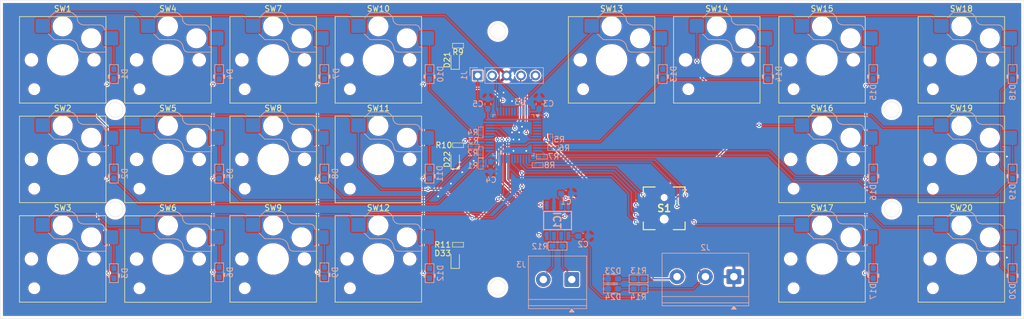
<source format=kicad_pcb>
(kicad_pcb (version 20241229) (generator "pcbnew") (generator_version "9.0")
  (layers (0 "F.Cu" signal) (2 "B.Cu" signal) (13 "F.Paste" user) (15 "B.Paste" user) (5 "F.SilkS" user "F.Silkscreen") (7 "B.SilkS" user "B.Silkscreen") (1 "F.Mask" user) (3 "B.Mask" user) (25 "Edge.Cuts" user))
  (net 0 "")
  (net 1 "COL0")
  (net 2 "Net-(D1-A)")
  (net 3 "Net-(D2-A)")
  (net 4 "Net-(D3-A)")
  (net 5 "Net-(D4-A)")
  (net 6 "COL1")
  (net 7 "Net-(D5-A)")
  (net 8 "Net-(D6-A)")
  (net 9 "COL2")
  (net 10 "Net-(D7-A)")
  (net 11 "Net-(D8-A)")
  (net 12 "Net-(D9-A)")
  (net 13 "COL3")
  (net 14 "Net-(D10-A)")
  (net 15 "Net-(D11-A)")
  (net 16 "Net-(D12-A)")
  (net 17 "Net-(D13-A)")
  (net 18 "COL4")
  (net 19 "Net-(D14-A)")
  (net 20 "COL5")
  (net 21 "Net-(D15-A)")
  (net 22 "Net-(D16-A)")
  (net 23 "Net-(D17-A)")
  (net 24 "COL6")
  (net 25 "Net-(D18-A)")
  (net 26 "Net-(D19-A)")
  (net 27 "Net-(D20-A)")
  (net 28 "Net-(D21-A)")
  (net 29 "GND")
  (net 30 "Net-(D22-A)")
  (net 31 "Net-(D33-A)")
  (net 32 "+3V3")
  (net 33 "COL7")
  (net 34 "LD_NUM")
  (net 35 "LD_ANF")
  (net 36 "LD_ALP")
  (net 37 "ROW0")
  (net 38 "ROW4")
  (net 39 "ROW2")
  (net 41 "ROW3")
  (net 42 "ROW1")
  (net 44 "+5V")
  (net 45 "Net-(D23-A)")
  (net 46 "Net-(D24-A)")
  (net 47 "CAN_TX")
  (net 48 "CAN_L")
  (net 49 "CAN_H")
  (net 50 "CAN_RX")
  (net 51 "STBY")
  (net 52 "NRST")
  (net 53 "SWCLK")
  (net 54 "SWDIO")
  (net 69 "ROW5")
  (footprint "PCM_Switch_Keyboard_Hotswap_Kailh:SW_Hotswap_Kailh_Choc_V1V2_1.00u" (layer "F.Cu") (at 194 67.5)
    (property "Reference" "SW20")
    (property "Value" "CHOC_HS")
  )
  (footprint "PCM_Switch_Keyboard_Hotswap_Kailh:SW_Hotswap_Kailh_Choc_V1V2_1.00u" (layer "F.Cu") (at 151 32.5)
    (property "Reference" "SW14")
    (property "Value" "CHOC_HS")
  )
  (footprint "PCM_Switch_Keyboard_Hotswap_Kailh:SW_Hotswap_Kailh_Choc_V1V2_1.00u" (layer "F.Cu") (at 54.5 32.5)
    (property "Reference" "SW4")
    (property "Value" "CHOC_HS")
  )
  (footprint "PCM_Switch_Keyboard_Hotswap_Kailh:SW_Hotswap_Kailh_Choc_V1V2_1.00u" (layer "F.Cu") (at 91.5 32.5)
    (property "Reference" "SW10")
    (property "Value" "CHOC_HS")
  )
  (footprint "PCM_Switch_Keyboard_Hotswap_Kailh:SW_Hotswap_Kailh_Choc_V1V2_1.00u" (layer "F.Cu") (at 132.5 32.5)
    (property "Reference" "SW13")
    (property "Value" "CHOC_HS")
  )
  (footprint "PCM_Switch_Keyboard_Hotswap_Kailh:SW_Hotswap_Kailh_Choc_V1V2_1.00u" (layer "F.Cu") (at 194 32.5)
    (property "Reference" "SW18")
    (property "Value" "CHOC_HS")
  )
  (footprint "PCM_Switch_Keyboard_Hotswap_Kailh:SW_Hotswap_Kailh_Choc_V1V2_1.00u" (layer "F.Cu") (at 36 32.5)
    (property "Reference" "SW1")
    (property "Value" "CHOC_HS")
  )
  (footprint "PCM_Switch_Keyboard_Hotswap_Kailh:SW_Hotswap_Kailh_Choc_V1V2_1.00u" (layer "F.Cu") (at 169.5 32.5)
    (property "Reference" "SW15")
    (property "Value" "CHOC_HS")
  )
  (footprint "PCM_Switch_Keyboard_Hotswap_Kailh:SW_Hotswap_Kailh_Choc_V1V2_1.00u" (layer "F.Cu") (at 91.5 50)
    (property "Reference" "SW11")
    (property "Value" "CHOC_HS")
  )
  (footprint "PCM_Switch_Keyboard_Hotswap_Kailh:SW_Hotswap_Kailh_Choc_V1V2_1.00u" (layer "F.Cu") (at 194 50)
    (property "Reference" "SW19")
    (property "Value" "CHOC_HS")
  )
  (footprint "PCM_Switch_Keyboard_Hotswap_Kailh:SW_Hotswap_Kailh_Choc_V1V2_1.00u" (layer "F.Cu") (at 73 67.5)
    (property "Reference" "SW9")
    (property "Value" "CHOC_HS")
  )
  (footprint "PCM_Switch_Keyboard_Hotswap_Kailh:SW_Hotswap_Kailh_Choc_V1V2_1.00u" (layer "F.Cu") (at 169.5 67.5)
    (property "Reference" "SW17")
    (property "Value" "CHOC_HS")
  )
  (footprint "PCM_Resistor_SMD_AKL:R_0201_0603Metric_Pad0.64x0.40mm_HandSolder" (layer "F.Cu") (at 105.5 30 180)
    (property "Reference" "R9")
    (property "Value" "15")
  )
  (footprint "PCM_Resistor_SMD_AKL:R_0201_0603Metric_Pad0.64x0.40mm_HandSolder" (layer "F.Cu") (at 105.5 65 180)
    (property "Reference" "R11")
    (property "Value" "15")
  )
  (footprint "footprints:MUBUE70R" (layer "F.Cu") (at 141.75 58.6)
    (property "Reference" "S1")
    (property "Value" "MU-BUE70R" (hide yes))
  )
  (footprint "LED_SMD:LED_0603_1608Metric_Pad1.05x0.95mm_HandSolder" (layer "F.Cu") (at 105 67.5 90)
    (property "Reference" "D33")
    (property "Value" "ALP")
  )
  (footprint "PCM_Switch_Keyboard_Hotswap_Kailh:SW_Hotswap_Kailh_Choc_V1V2_1.00u" (layer "F.Cu") (at 169.5 50)
    (property "Reference" "SW16")
    (property "Value" "CHOC_HS")
  )
  (footprint "PCM_Switch_Keyboard_Hotswap_Kailh:SW_Hotswap_Kailh_Choc_V1V2_1.00u" (layer "F.Cu") (at 36 67.5)
    (property "Reference" "SW3")
    (property "Value" "CHOC_HS")
  )
  (footprint "PCM_Switch_Keyboard_Hotswap_Kailh:SW_Hotswap_Kailh_Choc_V1V2_1.00u" (layer "F.Cu") (at 91.5 67.5)
    (property "Reference" "SW12")
    (property "Value" "CHOC_HS")
  )
  (footprint "PCM_Switch_Keyboard_Hotswap_Kailh:SW_Hotswap_Kailh_Choc_V1V2_1.00u" (layer "F.Cu") (at 36 50)
    (property "Reference" "SW2")
    (property "Value" "CHOC_HS")
  )
  (footprint "LED_SMD:LED_0603_1608Metric_Pad1.05x0.95mm_HandSolder" (layer "F.Cu") (at 105 32.5 90)
    (property "Reference" "D21")
    (property "Value" "NUM")
  )
  (footprint "LED_SMD:LED_0603_1608Metric_Pad1.05x0.95mm_HandSolder" (layer "F.Cu") (at 105 50 90)
    (property "Reference" "D22")
    (property "Value" "ANF")
  )
  (footprint "PCM_Switch_Keyboard_Hotswap_Kailh:SW_Hotswap_Kailh_Choc_V1V2_1.00u" (layer "F.Cu") (at 73 50)
    (property "Reference" "SW8")
    (property "Value" "CHOC_HS")
  )
  (footprint "PCM_Resistor_SMD_AKL:R_0201_0603Metric_Pad0.64x0.40mm_HandSolder" (layer "F.Cu") (at 105.5 47.5 180)
    (property "Reference" "R10")
    (property "Value" "15")
  )
  (footprint "PCM_Switch_Keyboard_Hotswap_Kailh:SW_Hotswap_Kailh_Choc_V1V2_1.00u" (layer "F.Cu") (at 54.5 67.517404)
    (property "Reference" "SW6")
    (property "Value" "CHOC_HS")
  )
  (footprint "PCM_Switch_Keyboard_Hotswap_Kailh:SW_Hotswap_Kailh_Choc_V1V2_1.00u" (layer "F.Cu") (at 54.5 50)
    (property "Reference" "SW5")
    (property "Value" "CHOC_HS")
  )
  (footprint "PCM_Switch_Keyboard_Hotswap_Kailh:SW_Hotswap_Kailh_Choc_V1V2_1.00u" (layer "F.Cu") (at 73 32.5)
    (property "Reference" "SW7")
    (property "Value" "CHOC_HS")
  )
  (footprint "PCM_Diode_SMD_AKL:D_0603_1608Metric_Pad1.05x0.95mm_HandSolder" (layer "B.Cu") (at 82 69.85 90)
    (property "Reference" "D9")
    (property "Value" "D")
  )
  (footprint "PCM_Diode_SMD_AKL:D_0603_1608Metric_Pad1.05x0.95mm_HandSolder" (layer "B.Cu") (at 178.5 70 90)
    (property "Reference" "D17")
    (property "Value" "D")
  )
  (footprint "Capacitor_SMD:C_0603_1608Metric_Pad1.08x0.95mm_HandSolder" (layer "B.Cu") (at 119.75 40.25 -90)
    (property "Reference" "C3")
    (property "Value" "100n")
  )
  (footprint "PCM_Resistor_SMD_AKL:R_0201_0603Metric_Pad0.64x0.40mm_HandSolder" (layer "B.Cu") (at 109.5 50.75 90)
    (property "Reference" "R1")
    (property "Value" "47k")
  )
  (footprint "Capacitor_SMD:C_0603_1608Metric_Pad1.08x0.95mm_HandSolder" (layer "B.Cu") (at 110.75 40.25 -90)
    (property "Reference" "C5")
    (property "Value" "4.7p")
  )
  (footprint "Connector_PinHeader_2.54mm:PinHeader_1x05_P2.54mm_Vertical" (layer "B.Cu") (at 108.96 35.25 -90)
    (property "Reference" "J1")
    (property "Value" "PINHD_1x5_Male")
  )
  (footprint "PCM_Resistor_SMD_AKL:R_0201_0603Metric_Pad0.64x0.40mm_HandSolder" (layer "B.Cu") (at 109.5 45.25 -90)
    (property "Reference" "R4")
    (property "Value" "47k")
  )
  (footprint "PCM_Resistor_SMD_AKL:R_0201_0603Metric_Pad0.64x0.40mm_HandSolder" (layer "B.Cu") (at 108.25 47.75)
    (property "Reference" "R3")
    (property "Value" "47k")
  )
  (footprint "PCM_Diode_SMD_AKL:D_0603_1608Metric_Pad1.05x0.95mm_HandSolder" (layer "B.Cu") (at 203 52.5 90)
    (property "Reference" "D19")
    (property "Value" "D")
  )
  (footprint "PCM_Diode_SMD_AKL:D_0603_1608Metric_Pad1.05x0.95mm_HandSolder" (layer "B.Cu") (at 63.5 35 90)
    (property "Reference" "D4")
    (property "Value" "D")
  )
  (footprint "LED_SMD:LED_0603_1608Metric_Pad1.05x0.95mm_HandSolder" (layer "B.Cu") (at 132.75 71)
    (property "Reference" "D23")
    (property "Value" "5V_IND")
  )
  (footprint "TerminalBlock_Phoenix:TerminalBlock_Phoenix_PT-1,5-2-5.0-H_1x02_P5.00mm_Horizontal" (layer "B.Cu") (at 125.5 71.1175 180)
    (property "Reference" "J3")
    (property "Value" "CAN_TERMINAL")
  )
  (footprint "PCM_Resistor_SMD_AKL:R_0603_1608Metric_Pad1.05x0.95mm_HandSolder" (layer "B.Cu") (at 137.25 72.75 180)
    (property "Reference" "R14")
    (property "Value" "60.4")
  )
  (footprint "PCM_Diode_SMD_AKL:D_0603_1608Metric_Pad1.05x0.95mm_HandSolder" (layer "B.Cu") (at 100.5 35 90)
    (property "Reference" "D10")
    (property "Value" "D")
  )
  (footprint "PCM_Diode_SMD_AKL:D_0603_1608Metric_Pad1.05x0.95mm_HandSolder" (layer "B.Cu") (at 45 52.5 90)
    (property "Reference" "D2")
    (property "Value" "D")
  )
  (footprint "LED_SMD:LED_0603_1608Metric_Pad1.05x0.95mm_HandSolder" (layer "B.Cu") (at 132.75 72.75)
    (property "Reference" "D24")
    (property "Value" "3V3_IND")
  )
  (footprint "footprints:SOIC127P600X175-8N" (layer "B.Cu") (at 123 60.75 -90)
    (property "Reference" "IC1")
    (property "Value" "ATA6561-GAQW-N" (hide yes))
  )
  (footprint "PCM_Diode_SMD_AKL:D_0603_1608Metric_Pad1.05x0.95mm_HandSolder" (layer "B.Cu") (at 178.5 52.5 90)
    (property "Reference" "D16")
    (property "Value" "D")
  )
  (footprint "PCM_Resistor_SMD_AKL:R_0201_0603Metric_Pad0.64x0.40mm_HandSolder" (layer "B.Cu") (at 109.5 48.75 90)
    (property "Reference" "R2")
    (property "Value" "47k")
  )
  (footprint "PCM_Resistor_SMD_AKL:R_0201_0603Metric_Pad0.64x0.40mm_HandSolder" (layer "B.Cu") (at 119.5 51)
    (property "Reference" "R8")
    (property "Value" "47k")
  )
  (footprint "PCM_Diode_SMD_AKL:D_0603_1608Metric_Pad1.05x0.95mm_HandSolder" (layer "B.Cu") (at 203 70 90)
    (property "Reference" "D20")
    (property "Value" "D")
  )
  (footprint "PCM_Diode_SMD_AKL:D_0603_1608Metric_Pad1.05x0.95mm_HandSolder" (layer "B.Cu") (at 45 70 90)
    (property "Reference" "D3")
    (property "Value" "D")
  )
  (footprint "PCM_Diode_SMD_AKL:D_0603_1608Metric_Pad1.05x0.95mm_HandSolder" (layer "B.Cu") (at 203 35 90)
    (property "Reference" "D18")
    (property "Value" "D")
  )
  (footprint "PCM_Resistor_SMD_AKL:R_0201_0603Metric_Pad0.64x0.40mm_HandSolder" (layer "B.Cu") (at 121.75 46.5 -90)
    (property "Reference" "R5")
    (property "Value" "47k")
  )
  (footprint "PCM_Diode_SMD_AKL:D_0603_1608Metric_Pad1.05x0.95mm_HandSolder" (layer "B.Cu") (at 82 35 90)
    (property "Reference" "D7")
    (property "Value" "D")
  )
  (footprint "TerminalBlock_Phoenix:TerminalBlock_Phoenix_PT-1,5-3-5.0-H_1x03_P5.00mm_Horizontal" (layer "B.Cu") (at 154 70.6175 180)
    (property "Reference" "J2")
    (property "Value" "PWR_IN")
  )
  (footprint "PCM_Diode_SMD_AKL:D_0603_1608Metric_Pad1.05x0.95mm_HandSolder" (layer "B.Cu") (at 82 52.5 90)
    (property "Reference" "D8")
    (property "Value" "D")
  )
  (footprint "PCM_Diode_SMD_AKL:D_0603_1608Metric_Pad1.05x0.95mm_HandSolder" (layer "B.Cu") (at 63.5 69.85 90)
    (property "Reference" "D6")
    (property "Value" "D")
  )
  (footprint "Package_QFP:LQFP-48_7x7mm_P0.5mm" (layer "B.Cu") (at 115.25 45.75 180)
    (property "Reference" "U3")
    (property "Value" "STM32F042C4Tx")
  )
  (footprint "PCM_Resistor_SMD_AKL:R_0201_0603Metric_Pad0.64x0.40mm_HandSolder" (layer "B.Cu") (at 120.25 49.5)
    (property "Reference" "R7")
    (property "Value" "47k")
  )
  (footprint "Capacitor_SMD:C_0603_1608Metric_Pad1.08x0.95mm_HandSolder" (layer "B.Cu") (at 127.5 63.5)
    (property "Reference" "C2")
    (property "Value" "100n")
  )
  (footprint "PCM_Diode_SMD_AKL:D_0603_1608Metric_Pad1.05x0.95mm_HandSolder" (layer "B.Cu") (at 63.5 52.5 90)
    (property "Reference" "D5")
    (property "Value" "D")
  )
  (footprint "PCM_Diode_SMD_AKL:D_0603_1608Metric_Pad1.05x0.95mm_HandSolder" (layer "B.Cu") (at 100.5 52.5 90)
    (property "Reference" "D11")
    (property "Value" "D")
  )
  (footprint "PCM_Diode_SMD_AKL:D_0603_1608Metric_Pad1.05x0.95mm_HandSolder" (layer "B.Cu") (at 178.5 35 90)
    (property "Reference" "D15")
    (property "Value" "D")
  )
  (footprint "PCM_Resistor_SMD_AKL:R_0603_1608Metric_Pad1.05x0.95mm_HandSolder" (layer "B.Cu") (at 123 65.25)
    (property "Reference" "R12")
    (property "Value" "120")
  )
  (footprint "Capacitor_SMD:C_0603_1608Metric_Pad1.08x0.95mm_HandSolder" (layer "B.Cu") (at 111.25 51.25 90)
    (property "Reference" "C4")
    (property "Value" "100n")
  )
  (footprint "PCM_Resistor_SMD_AKL:R_0603_1608Metric_Pad1.05x0.95mm_HandSolder" (layer "B.Cu") (at 137.25 71 180)
    (property "Reference" "R13")
    (property "Value" "145")
  )
  (footprint "PCM_Diode_SMD_AKL:D_0603_1608Metric_Pad1.05x0.95mm_HandSolder" (layer "B.Cu") (at 100.5 70 90)
    (property "Reference" "D12")
    (property "Value" "D")
  )
  (footprint "PCM_Diode_SMD_AKL:D_0603_1608Metric_Pad1.05x0.95mm_HandSolder" (layer "B.Cu") (at 141.5 35 90)
    (property "Reference" "D13")
    (property "Value" "D")
  )
  (footprint "PCM_Diode_SMD_AKL:D_0603_1608Metric_Pad1.05x0.95mm_HandSolder" (layer "B.Cu") (at 160 35 90)
    (property "Reference" "D14")
    (property "Value" "D")
  )
  (footprint "PCM_Diode_SMD_AKL:D_0603_1608Metric_Pad1.05x0.95mm_HandSolder" (layer "B.Cu") (at 45 35 90)
    (property "Reference" "D1")
    (property "Value" "D")
  )
  (footprint "PCM_Resistor_SMD_AKL:R_0201_0603Metric_Pad0.64x0.40mm_HandSolder" (layer "B.Cu") (at 122.25 48 180)
    (property "Reference" "R6")
    (property "Value" "47k")
  )
  (footprint "Capacitor_SMD:C_0603_1608Metric_Pad1.08x0.95mm_HandSolder" (layer "B.Cu") (at 124.5 56)
    (property "Reference" "C1")
    (property "Value" "100n")
  )
  (gr_circle (center 181.752858 58.755315) (end 183.102858 58.755315) (stroke (width 0.05)) (fill no) (layer "Edge.Cuts"))
  (gr_rect (start 25 22) (end 205 78) (stroke (width 0.05)) (fill no) (layer "Edge.Cuts"))
  (gr_circle (center 181.75 41.25) (end 183.1 41.25) (stroke (width 0.05)) (fill no) (layer "Edge.Cuts"))
  (gr_circle (center 112.5 72.5) (end 113.85 72.5) (stroke (width 0.05)) (fill no) (layer "Edge.Cuts"))
  (gr_circle (center 45.25 41.25) (end 46.6 41.25) (stroke (width 0.05)) (fill no) (layer "Edge.Cuts"))
  (gr_circle (center 45.25 58.75) (end 46.6 58.75) (stroke (width 0.05)) (fill no) (layer "Edge.Cuts"))
  (gr_circle (center 112.5 27.5) (end 113.85 27.5) (stroke (width 0.05)) (fill no) (layer "Edge.Cuts"))
  (segment (start 42.149 61.149) (end 42.149 55.051) (width 0.2) (layer "F.Cu") (net 1))
  (segment (start 44 70) (end 44 63) (width 0.2) (layer "F.Cu") (net 1))
  (segment (start 42.149 55.051) (end 43.8 53.4) (width 0.2) (layer "F.Cu") (net 1))
  (segment (start 42.149 42.534477) (end 42.149 38.451) (width 0.2) (layer "F.Cu") (net 1))
  (segment (start 44 63) (end 42.149 61.149) (width 0.2) (layer "F.Cu") (net 1))
  (segment (start 42.149 38.451) (end 43.8 36.8) (width 0.2) (layer "F.Cu") (net 1))
  (segment (start 43.8 44.185477) (end 42.149 42.534477) (width 0.2) (layer "F.Cu") (net 1))
  (segment (start 43.8 53.4) (end 43.8 44.185477) (width 0.2) (layer "F.Cu") (net 1))
  (via (at 43.8 53.4) (size 0.6) (drill 0.3) (layers "F.Cu" "B.Cu") (net 1))
  (via (at 44 70) (size 0.6) (drill 0.3) (layers "F.Cu" "B.Cu") (net 1))
  (via (at 43.8 36.8) (size 0.6) (drill 0.3) (layers "F.Cu" "B.Cu") (net 1))
  (segment (start 44.975 53.4) (end 45 53.375) (width 0.2) (layer "B.Cu") (net 1))
  (segment (start 109.4075 50.3425) (end 102 57.75) (width 0.2) (layer "B.Cu") (net 1))
  (segment (start 111.0875 48.755) (end 111.0875 48.5) (width 0.2) (layer "B.Cu") (net 1))
  (segment (start 45 70.875) (end 44.875 70.875) (width 0.2) (layer "B.Cu") (net 1))
  (segment (start 44.875 70.875) (end 44 70) (width 0.2) (layer "B.Cu") (net 1))
  (segment (start 43.8 36.8) (end 44.075 36.8) (width 0.2) (layer "B.Cu") (net 1))
  (segment (start 102 57.75) (end 49.375 57.75) (width 0.2) (layer "B.Cu") (net 1))
  (segment (start 109.5 50.3425) (end 111.0875 48.755) (width 0.2) (layer "B.Cu") (net 1))
  (segment (start 44.075 36.8) (end 45 35.875) (width 0.2) (layer "B.Cu") (net 1))
  (segment (start 109.5 50.3425) (end 109.4075 50.3425) (width 0.2) (layer "B.Cu") (net 1))
  (segment (start 49.375 57.75) (end 45 53.375) (width 0.2) (layer "B.Cu") (net 1))
  (segment (start 43.8 53.4) (end 44.975 53.4) (width 0.2) (layer "B.Cu") (net 1))
  (segment (start 45 29.2) (end 44.5 28.7) (width 0.2) (layer "B.Cu") (net 2))
  (segment (start 45 34.125) (end 45 29.2) (width 0.2) (layer "B.Cu") (net 2))
  (segment (start 45 46.7) (end 44.5 46.2) (width 0.2) (layer "B.Cu") (net 3))
  (segment (start 45 51.625) (end 45 46.7) (width 0.2) (layer "B.Cu") (net 3))
  (segment (start 45 64.2) (end 44.5 63.7) (width 0.2) (layer "B.Cu") (net 4))
  (segment (start 45 69.125) (end 45 64.2) (width 0.2) (layer "B.Cu") (net 4))
  (segment (start 63.5 34.125) (end 63.5 29.2) (width 0.2) (layer "B.Cu") (net 5))
  (segment (start 63.5 29.2) (end 63 28.7) (width 0.2) (layer "B.Cu") (net 5))
  (segment (start 62.4 69.8) (end 62.4 53.4) (width 0.2) (layer "F.Cu") (net 6))
  (segment (start 62.4 53.4) (end 62.4 36.8) (width 0.2) (layer "F.Cu") (net 6))
  (via (at 62.4 69.8) (size 0.6) (drill 0.3) (layers "F.Cu" "B.Cu") (net 6))
  (via (at 62.4 53.4) (size 0.6) (drill 0.3) (layers "F.Cu" "B.Cu") (net 6))
  (via (at 62.4 36.8) (size 0.6) (drill 0.3) (layers "F.Cu" "B.Cu") (net 6))
  (segment (start 108.9075 48.3425) (end 109.5 48.3425) (width 0.2) (layer "B.Cu") (net 6))
  (segment (start 63.5 70.725) (end 63.325 70.725) (width 0.2) (layer "B.Cu") (net 6))
  (segment (start 62.4 36.8) (end 62.575 36.8) (width 0.2) (layer "B.Cu") (net 6))
  (segment (start 63.5 53.375) (end 67.375 57.25) (width 0.2) (layer "B.Cu") (net 6))
  (segment (start 109.5 48.3425) (end 109.8425 48) (width 0.2) (layer "B.Cu") (net 6))
  (segment (start 109.8425 48) (end 111.0875 48) (width 0.2) (layer "B.Cu") (net 6))
  (segment (start 62.4 53.4) (end 63.475 53.4) (width 0.2) (layer "B.Cu") (net 6))
  (segment (start 67.375 57.25) (end 100 57.25) (width 0.2) (layer "B.Cu") (net 6))
  (segment (start 100 57.25) (end 108.9075 48.3425) (width 0.2) (layer "B.Cu") (net 6))
  (segment (start 63.475 53.4) (end 63.5 53.375) (width 0.2) (layer "B.Cu") (net 6))
  (segment (start 63.325 70.725) (end 62.4 69.8) (width 0.2) (layer "B.Cu") (net 6))
  (segment (start 62.575 36.8) (end 63.5 35.875) (width 0.2) (layer "B.Cu") (net 6))
  (segment (start 63.5 51.625) (end 63.5 46.7) (width 0.2) (layer "B.Cu") (net 7))
  (segment (start 63.5 46.7) (end 63 46.2) (width 0.2) (layer "B.Cu") (net 7))
  (segment (start 63.5 68.975) (end 63.5 64.217404) (width 0.2) (layer "B.Cu") (net 8))
  (segment (start 63.5 64.217404) (end 63 63.717404) (width 0.2) (layer "B.Cu") (net 8))
  (segment (start 80.8 69.8) (end 80.8 53.4) (width 0.2) (layer "F.Cu") (net 9))
  (segment (start 80.8 53.4) (end 80.8 36.8) (width 0.2) (layer "F.Cu") (net 9))
  (via (at 80.8 53.4) (size 0.6) (drill 0.3) (layers "F.Cu" "B.Cu") (net 9))
  (via (at 80.8 36.8) (size 0.6) (drill 0.3) (layers "F.Cu" "B.Cu") (net 9))
  (via (at 80.8 69.8) (size 0.6) (drill 0.3) (layers "F.Cu" "B.Cu") (net 9))
  (segment (start 80.8 36.8) (end 81.075 36.8) (width 0.2) (layer "B.Cu") (net 9))
  (segment (start 81.075 36.8) (end 82 35.875) (width 0.2) (layer "B.Cu") (net 9))
  (segment (start 81.975 53.4) (end 82 53.375) (width 0.2) (layer "B.Cu") (net 9))
  (segment (start 82 53.375) (end 85.375 56.75) (width 0.2) (layer "B.Cu") (net 9))
  (segment (start 82 70.725) (end 81.725 70.725) (width 0.2) (layer "B.Cu") (net 9))
  (segment (start 108.6575 48) (end 108.6575 47.75) (width 0.2) (layer "B.Cu") (net 9))
  (segment (start 81.725 70.725) (end 80.8 69.8) (width 0.2) (layer "B.Cu") (net 9))
  (segment (start 99.9075 56.75) (end 108.6575 48) (width 0.2) (layer "B.Cu") (net 9))
  (segment (start 85.375 56.75) (end 99.9075 56.75) (width 0.2) (layer "B.Cu") (net 9))
  (segment (start 80.8 53.4) (end 81.975 53.4) (width 0.2) (layer "B.Cu") (net 9))
  (segment (start 108.9075 47.5) (end 111.0875 47.5) (width 0.2) (layer "B.Cu") (net 9))
  (segment (start 108.6575 47.75) (end 108.9075 47.5) (width 0.2) (layer "B.Cu") (net 9))
  (segment (start 82 29.2) (end 81.5 28.7) (width 0.2) (layer "B.Cu") (net 10))
  (segment (start 82 34.125) (end 82 29.2) (width 0.2) (layer "B.Cu") (net 10))
  (segment (start 82 51.625) (end 82 46.7) (width 0.2) (layer "B.Cu") (net 11))
  (segment (start 82 46.7) (end 81.5 46.2) (width 0.2) (layer "B.Cu") (net 11))
  (segment (start 82 64.2) (end 81.5 63.7) (width 0.2) (layer "B.Cu") (net 12))
  (segment (start 82 68.975) (end 82 64.2) (width 0.2) (layer "B.Cu") (net 12))
  (segment (start 99.4 53.4) (end 99.4 36.8) (width 0.2) (layer "F.Cu") (net 13))
  (segment (start 99.4 70) (end 99.4 53.4) (width 0.2) (layer "F.Cu") (net 13))
  (via (at 99.4 36.8) (size 0.6) (drill 0.3) (layers "F.Cu" "B.Cu") (net 13))
  (via (at 99.4 53.4) (size 0.6) (drill 0.3) (layers "F.Cu" "B.Cu") (net 13))
  (via (at 99.4 70) (size 0.6) (drill 0.3) (layers "F.Cu" "B.Cu") (net 13))
  (segment (start 99.4 53.4) (end 100.475 53.4) (width 0.2) (layer "B.Cu") (net 13))
  (segment (start 100.5 70.875) (end 100.275 70.875) (width 0.2) (layer "B.Cu") (net 13))
  (segment (start 100.275 70.875) (end 99.4 70) (width 0.2) (layer "B.Cu") (net 13))
  (segment (start 99.4 36.8) (end 99.575 36.8) (width 0.2) (layer "B.Cu") (net 13))
  (segment (start 109.8425 46) (end 111.0875 46) (width 0.2) (layer "B.Cu") (net 13))
  (segment (start 109.5 45.6575) (end 109.8425 46) (width 0.2) (layer "B.Cu") (net 13))
  (segment (start 100.475 53.4) (end 100.5 53.375) (width 0.2) (layer "B.Cu") (net 13))
  (segment (start 99.575 36.8) (end 100.5 35.875) (width 0.2) (layer "B.Cu") (net 13))
  (segment (start 100.5 37.75) (end 108.4075 45.6575) (width 0.2) (layer "B.Cu") (net 13))
  (segment (start 108.4075 45.6575) (end 109.5 45.6575) (width 0.2) (layer "B.Cu") (net 13))
  (segment (start 100.5 35.875) (end 100.5 37.75) (width 0.2) (layer "B.Cu") (net 13))
  (segment (start 100.5 34.125) (end 100.5 29.2) (width 0.2) (layer "B.Cu") (net 14))
  (segment (start 100.5 29.2) (end 100 28.7) (width 0.2) (layer "B.Cu") (net 14))
  (segment (start 100.5 51.625) (end 100.5 46.7) (width 0.2) (layer "B.Cu") (net 15))
  (segment (start 100.5 46.7) (end 100 46.2) (width 0.2) (layer "B.Cu") (net 15))
  (segment (start 100.5 69.125) (end 100.5 64.2) (width 0.2) (layer "B.Cu") (net 16))
  (segment (start 100.5 64.2) (end 100 63.7) (width 0.2) (layer "B.Cu") (net 16))
  (segment (start 141.5 29.2) (end 141 28.7) (width 0.2) (layer "B.Cu") (net 17))
  (segment (start 141.5 34.125) (end 141.5 29.2) (width 0.2) (layer "B.Cu") (net 17))
  (segment (start 119.4125 47.5) (end 121.1575 47.5) (width 0.2) (layer "B.Cu") (net 18))
  (segment (start 130.4675 46.9075) (end 141.5 35.875) (width 0.2) (layer "B.Cu") (net 18))
  (segment (start 141.5 35.875) (end 160 35.875) (width 0.2) (layer "B.Cu") (net 18))
  (segment (start 121.75 46.9075) (end 130.4675 46.9075) (width 0.2) (layer "B.Cu") (net 18))
  (segment (start 121.1575 47.5) (end 121.75 46.9075) (width 0.2) (layer "B.Cu") (net 18))
  (segment (start 160 34.125) (end 160 29.2) (width 0.2) (layer "B.Cu") (net 19))
  (segment (start 160 29.2) (end 159.5 28.7) (width 0.2) (layer "B.Cu") (net 19))
  (segment (start 177.2 53.4) (end 177.2 69.8) (width 0.2) (layer "F.Cu") (net 20))
  (segment (start 177.2 53.4) (end 177.2 37) (width 0.2) (layer "F.Cu") (net 20))
  (segment (start 177.2 69.8) (end 177 70) (width 0.2) (layer "F.Cu") (net 20))
  (via (at 177.2 37) (size 0.6) (drill 0.3) (layers "F.Cu" "B.Cu") (net 20))
  (via (at 177.2 53.4) (size 0.6) (drill 0.3) (layers "F.Cu" "B.Cu") (net 20))
  (via (at 177 70) (size 0.6) (drill 0.3) (layers "F.Cu" "B.Cu") (net 20))
  (segment (start 160.25 48.5) (end 164.75 53) (width 0.2) (layer "B.Cu") (net 20))
  (segment (start 178.475 53.4) (end 178.5 53.375) (width 0.2) (layer "B.Cu") (net 20))
  (segment (start 177.2 37) (end 177.375 37) (width 0.2) (layer "B.Cu") (net 20))
  (segment (start 121.8425 48) (end 121.8425 48.0925) (width 0.2) (layer "B.Cu") (net 20))
  (segment (start 178.5 70.875) (end 177.875 70.875) (width 0.2) (layer "B.Cu") (net 20))
  (segment (start 164.75 53) (end 176.8 53) (width 0.2) (layer "B.Cu") (net 20))
  (segment (start 122.25 48.5) (end 160.25 48.5) (width 0.2) (layer "B.Cu") (net 20))
  (segment (start 178.325 35.875) (end 178.5 35.875) (width 0.2) (layer "B.Cu") (net 20))
  (segment (start 176.8 53) (end 177.2 53.4) (width 0.2) (layer "B.Cu") (net 20))
  (segment (start 121.8425 48.0925) (end 122.25 48.5) (width 0.2) (layer "B.Cu") (net 20))
  (segment (start 119.4125 48) (end 121.8425 48) (width 0.2) (layer "B.Cu") (net 20))
  (segment (start 177.875 70.875) (end 177 70) (width 0.2) (layer "B.Cu") (net 20))
  (segment (start 177.2 53.4) (end 178.475 53.4) (width 0.2) (layer "B.Cu") (net 20))
  (segment (start 177.375 37) (end 178.5 35.875) (width 0.2) (layer "B.Cu") (net 20))
  (segment (start 178.225 53.375) (end 178.5 53.375) (width 0.2) (layer "B.Cu") (net 20))
  (segment (start 178.5 29.2) (end 178 28.7) (width 0.2) (layer "B.Cu") (net 21))
  (segment (start 178.5 34.125) (end 178.5 29.2) (width 0.2) (layer "B.Cu") (net 21))
  (segment (start 178.5 51.625) (end 178.5 46.7) (width 0.2) (layer "B.Cu") (net 22))
  (segment (start 178.5 46.7) (end 178 46.2) (width 0.2) (layer "B.Cu") (net 22))
  (segment (start 178.5 64.2) (end 178 63.7) (width 0.2) (layer "B.Cu") (net 23))
  (segment (start 178.5 69.125) (end 178.5 64.2) (width 0.2) (layer "B.Cu") (net 23))
  (segment (start 200.924 55.5) (end 200.924 68.799) (width 0.2) (layer "B.Cu") (net 24))
  (segment (start 200.924 55.451) (end 200.924 55.5) (width 0.2) (layer "B.Cu") (net 24))
  (segment (start 160 49.25) (end 164.5 53.75) (width 0.2) (layer "B.Cu") (net 24))
  (segment (start 120.6575 49.007501) (end 120.6575 49.25) (width 0.2) (layer "B.Cu") (net 24))
  (segment (start 203 53.375) (end 200.924 55.451) (width 0.2) (layer "B.Cu") (net 24))
  (segment (start 119.4125 48.5) (end 120.149999 48.5) (width 0.2) (layer "B.Cu") (net 24))
  (segment (start 120.6575 49.25) (end 120.6575 49.5) (width 0.2) (layer "B.Cu") (net 24))
  (segment (start 120.149999 48.5) (end 120.6575 49.007501) (width 0.2) (layer "B.Cu") (net 24))
  (segment (start 200.924 37.951) (end 200.924 51.299) (width 0.2) (layer "B.Cu") (net 24))
  (segment (start 178.75 56.5) (end 199.924 56.5) (width 0.2) (layer "B.Cu") (net 24))
  (segment (start 120.899999 49.25) (end 120.6575 49.007501) (width 0.2) (layer "B.Cu") (net 24))
  (segment (start 120.6575 49.5) (end 120.9075 49.25) (width 0.2) (layer "B.Cu") (net 24))
  (segment (start 120.899999 49.25) (end 120.6575 49.25) (width 0.2) (layer "B.Cu") (net 24))
  (segment (start 203 35.875) (end 200.924 37.951) (width 0.2) (layer "B.Cu") (net 24))
  (segment (start 120.9075 49.25) (end 120.899999 49.25) (width 0.2) (layer "B.Cu") (net 24))
  (segment (start 200.924 68.799) (end 203 70.875) (width 0.2) (layer "B.Cu") (net 24))
  (segment (start 200.924 51.299) (end 203 53.375) (width 0.2) (layer "B.Cu") (net 24))
  (segment (start 176 53.75) (end 178.75 56.5) (width 0.2) (layer "B.Cu") (net 24))
  (segment (start 164.5 53.75) (end 176 53.75) (width 0.2) (layer "B.Cu") (net 24))
  (segment (start 120.9075 49.25) (end 160 49.25) (width 0.2) (layer "B.Cu") (net 24))
  (segment (start 199.924 56.5) (end 200.924 55.5) (width 0.2) (layer "B.Cu") (net 24))
  (segment (start 203 29.2) (end 202.5 28.7) (width 0.2) (layer "B.Cu") (net 25))
  (segment (start 203 34.125) (end 203 29.2) (width 0.2) (layer "B.Cu") (net 25))
  (segment (start 203 46.7) (end 202.5 46.2) (width 0.2) (layer "B.Cu") (net 26))
  (segment (start 203 51.625) (end 203 46.7) (width 0.2) (layer "B.Cu") (net 26))
  (segment (start 203 64.2) (end 202.5 63.7) (width 0.2) (layer "B.Cu") (net 27))
  (segment (start 203 69.125) (end 203 64.2) (width 0.2) (layer "B.Cu") (net 27))
  (segment (start 105 30.0925) (end 105.0925 30) (width 0.2) (layer "F.Cu") (net 28))
  (segment (start 105 31.625) (end 105 30.0925) (width 0.2) (layer "F.Cu") (net 28))
  (via (at 106.25 52.25) (size 0.6) (drill 0.3) (layers "F.Cu" "B.Cu") (net 29))
  (via (at 202 67.25) (size 0.6) (drill 0.3) (layers "F.Cu" "B.Cu") (net 29))
  (via (at 113.5 38.25) (size 0.6) (drill 0.3) (layers "F.Cu" "B.Cu") (net 29))
  (via (at 115.25 48.5) (size 0.6) (drill 0.3) (layers "F.Cu" "B.Cu") (net 29))
  (via (at 108.25 50.25) (size 0.6) (drill 0.3) (layers "F.Cu" "B.Cu") (net 29))
  (via (at 115 45.25) (size 0.6) (drill 0.3) (layers "F.Cu" "B.Cu") (net 29))
  (via (at 116.25 46.5) (size 0.6) (drill 0.3) (layers "F.Cu" "B.Cu") (net 29))
  (via (at 115 39.75) (size 0.6) (drill 0.3) (layers "F.Cu" "B.Cu") (net 29))
  (via (at 116.75 44.25) (size 0.6) (drill 0.3) (layers "F.Cu" "B.Cu") (net 29))
  (via (at 116.25 45.25) (size 0.6) (drill 0.3) (layers "F.Cu" "B.Cu") (net 29))
  (via (at 115.25 46.5) (size 0.6) (drill 0.3) (layers "F.Cu" "B.Cu") (net 29))
  (via (at 202 49.5) (size 0.6) (drill 0.3) (layers "F.Cu" "B.Cu") (net 29))
  (via (at 102 56.5) (size 0.6) (drill 0.3) (layers "F.Cu" "B.Cu") (net 29))
  (via (at 104.25 54.25) (size 0.6) (drill 0.3) (layers "F.Cu" "B.Cu") (net 29))
  (via (at 117.5 48.5) (size 0.6) (drill 0.3) (layers "F.Cu" "B.Cu") (net 29))
  (segment (start 105 47.5925) (end 105.0925 47.5) (width 0.2) (layer "F.Cu") (net 30))
  (segment (start 105 49.125) (end 105 47.5925) (width 0.2) (layer "F.Cu") (net 30))
  (segment (start 105 66.625) (end 105 65.0925) (width 0.2) (layer "F.Cu") (net 31))
  (segment (start 105 65.0925) (end 105.0925 65) (width 0.2) (layer "F.Cu") (net 31))
  (segment (start 149 70.6175) (end 146.6825 68.3) (width 0.3) (layer "F.Cu") (net 32))
  (segment (start 121 46.5) (end 121 42.25) (width 0.3) (layer "F.Cu") (net 32))
  (segment (start 146.6825 68.3) (end 142.8 68.3) (width 0.3) (layer "F.Cu") (net 32))
  (segment (start 142.8 68.3) (end 121 46.5) (width 0.3) (layer "F.Cu") (net 32))
  (via (at 121 46.5) (size 0.6) (drill 0.3) (layers "F.Cu" "B.Cu") (net 32))
  (via (at 121 42.25) (size 0.6) (drill 0.3) (layers "F.Cu" "B.Cu") (net 32))
  (segment (start 112.5 48.75) (end 112.5 49.9125) (width 0.3) (layer "B.Cu") (net 32))
  (segment (start 108.96 35.25) (end 108.96 39.3225) (width 0.2) (layer "B.Cu") (net 32))
  (segment (start 138.125 72.75) (end 136.625 74.25) (width 0.2) (layer "B.Cu") (net 32))
  (segment (start 117.5 47.5) (end 113.75 47.5) (width 0.3) (layer "B.Cu") (net 32))
  (segment (start 119.4125 47) (end 118 47) (width 0.3) (layer "B.Cu") (net 32))
  (segment (start 119.275 41.5875) (end 119.75 41.1125) (width 0.3) (layer "B.Cu") (net 32))
  (segment (start 111.1125 50.25) (end 112.1625 50.25) (width 0.3) (layer "B.Cu") (net 32))
  (segment (start 149 70.6175) (end 149 70.3625) (width 0.2) (layer "B.Cu") (net 32))
  (segment (start 118 47) (end 117.5 47.5) (width 0.3) (layer "B.Cu") (net 32))
  (segment (start 124.905 63.45) (end 126.5875 63.45) (width 0.2) (layer "B.Cu") (net 32))
  (segment (start 110.75 42.6625) (end 111.0875 43) (width 0.3) (layer "B.Cu") (net 32))
  (segment (start 128.75 65.6125) (end 126.6375 63.5) (width 0.2) (layer "B.Cu") (net 32))
  (segment (start 149 70.6175) (end 146.8675 72.75) (width 0.2) (layer "B.Cu") (net 32))
  (segment (start 119.75 42.6625) (end 119.4125 43) (width 0.3) (layer "B.Cu") (net 32))
  (segment (start 120.5 47) (end 119.4125 47) (width 0.3) (layer "B.Cu") (net 32))
  (segment (start 118 41.5875) (end 119.275 41.5875) (width 0.3) (layer "B.Cu") (net 32))
  (segment (start 121 46.5) (end 120.5 47) (width 0.3) (layer "B.Cu") (net 32))
  (segment (start 108.96 39.3225) (end 110.75 41.1125) (width 0.2) (layer "B.Cu") (net 32))
  (segment (start 119.75 42.25) (end 119.75 42.6625) (width 0.3) (layer "B.Cu") (net 32))
  (segment (start 113.75 47.5) (end 112.5 48.75) (width 0.3) (layer "B.Cu") (net 32))
  (segment (start 146.8675 72.75) (end 138.125 72.75) (width 0.2) (layer "B.Cu") (net 32))
  (segment (start 121 42.25) (end 119.75 42.25) (width 0.3) (layer "B.Cu") (net 32))
  (segment (start 126.5875 63.45) (end 126.6375 63.5) (width 0.2) (layer "B.Cu") (net 32))
  (segment (start 119.75 41.1125) (end 119.75 42.25) (width 0.3) (layer "B.Cu") (net 32))
  (segment (start 128.75 72.25) (end 128.75 65.6125) (width 0.2) (layer "B.Cu") (net 32))
  (segment (start 136.625 74.25) (end 130.75 74.25) (width 0.2) (layer "B.Cu") (net 32))
  (segment (start 112.1625 50.25) (end 112.5 49.9125) (width 0.3) (layer "B.Cu") (net 32))
  (segment (start 110.75 41.1125) (end 110.75 42.6625) (width 0.3) (layer "B.Cu") (net 32))
  (segment (start 111.0875 43) (end 119.4125 43) (width 0.3) (layer "B.Cu") (net 32))
  (segment (start 130.75 74.25) (end 128.75 72.25) (width 0.2) (layer "B.Cu") (net 32))
  (segment (start 145.05 58.25) (end 145.4 58.6) (width 0.2) (layer "F.Cu") (net 33))
  (segment (start 144 58.25) (end 145.05 58.25) (width 0.2) (layer "F.Cu") (net 33))
  (via (at 144 58.25) (size 0.6) (drill 0.3) (layers "F.Cu" "B.Cu") (net 33))
  (segment (start 117.5 50.683824) (end 117.5 49.9125) (width 0.2) (layer "B.Cu") (net 33))
  (segment (start 119.0925 51) (end 117.816176 51) (width 0.2) (layer "B.Cu") (net 33))
  (segment (start 144 55) (end 139.5 50.5) (width 0.2) (layer "B.Cu") (net 33))
  (segment (start 139.5 50.5) (end 119.392501 50.5) (width 0.2) (layer "B.Cu") (net 33))
  (segment (start 119.392501 50.5) (end 119.0925 50.800001) (width 0.2) (layer "B.Cu") (net 33))
  (segment (start 117.816176 51) (end 117.5 50.683824) (width 0.2) (layer "B.Cu") (net 33))
  (segment (start 119.0925 50.800001) (end 119.0925 51) (width 0.2) (layer "B.Cu") (net 33))
  (segment (start 144 58.25) (end 144 55) (width 0.2) (layer "B.Cu") (net 33))
  (segment (start 111.25 37.5) (end 108 37.5) (width 0.2) (layer "F.Cu") (net 34))
  (segment (start 106.75 30.8425) (end 105.9075 30) (width 0.2) (layer "F.Cu") (net 34))
  (segment (start 108 37.5) (end 106.75 36.25) (width 0.2) (layer "F.Cu") (net 34))
  (segment (start 106.75 36.25) (end 106.75 30.8425) (width 0.2) (layer "F.Cu") (net 34))
  (segment (start 113.375 39.625) (end 111.25 37.5) (width 0.2) (layer "F.Cu") (net 34))
  (via (at 113.375 39.625) (size 0.6) (drill 0.3) (layers "F.Cu" "B.Cu") (net 34))
  (segment (start 113.375 39.625) (end 113 40) (width 0.2) (layer "B.Cu") (net 34))
  (segment (start 113 40) (end 113 41.5875) (width 0.2) (layer "B.Cu") (net 34))
  (segment (start 106.75 46.75) (end 106.6575 46.75) (width 0.2) (layer "F.Cu") (net 35))
  (segment (start 106.6575 46.75) (end 105.9075 47.5) (width 0.2) (layer "F.Cu") (net 35))
  (via (at 106.75 46.75) (size 0.6) (drill 0.3) (layers "F.Cu" "B.Cu") (net 35))
  (segment (start 107 46.5) (end 106.75 46.75) (width 0.2) (layer "B.Cu") (net 35))
  (segment (start 111.0875 46.5) (end 107 46.5) (width 0.2) (layer "B.Cu") (net 35))
  (segment (start 112.5 57) (end 105.9075 63.5925) (width 0.2) (layer "F.Cu") (net 36))
  (segment (start 105.9075 63.5925) (end 105.9075 65) (width 0.2) (layer "F.Cu") (net 36))
  (via (at 112.5 57) (size 0.6) (drill 0.3) (layers "F.Cu" "B.Cu") (net 36))
  (segment (start 113.5 49.9125) (end 113.5 56) (width 0.2) (layer "B.Cu") (net 36))
  (segment (start 113.5 56) (end 112.5 57) (width 0.2) (layer "B.Cu") (net 36))
  (segment (start 117 39.75) (end 129 27.75) (width 0.2) (layer "B.Cu") (net 37))
  (segment (start 112.75 36) (end 112.75 34.25) (width 0.2) (layer "B.Cu") (net 37))
  (segment (start 129 27.75) (end 129 26.5) (width 0.2) (layer "B.Cu") (net 37))
  (segment (start 71.276 24.724) (end 86.224 24.724) (width 0.2) (layer "B.Cu") (net 37))
  (segment (start 52.776 24.724) (end 67.724 24.724) (width 0.2) (layer "B.Cu") (net 37))
  (segment (start 86.224 24.724) (end 88 26.5) (width 0.2) (layer "B.Cu") (net 37))
  (segment (start 103.224 24.724) (end 89.776 24.724) (width 0.2) (layer "B.Cu") (net 37))
  (segment (start 32.5 26.5) (end 34.85 24.15) (width 0.2) (layer "B.Cu") (net 37))
  (segment (start 188.724 24.724) (end 190.5 26.5) (width 0.2) (layer "B.Cu") (net 37))
  (segment (start 48.65 24.15) (end 51 26.5) (width 0.2) (layer "B.Cu") (net 37))
  (segment (start 67.724 24.724) (end 69.5 26.5) (width 0.2) (layer "B.Cu") (net 37))
  (segment (start 89.776 24.724) (end 88 26.5) (width 0.2) (layer "B.Cu") (net 37))
  (segment (start 130.776 24.724) (end 164.224 24.724) (width 0.2) (layer "B.Cu") (net 37))
  (segment (start 167.776 24.724) (end 188.724 24.724) (width 0.2) (layer "B.Cu") (net 37))
  (segment (start 51 26.5) (end 52.776 24.724) (width 0.2) (layer "B.Cu") (net 37))
  (segment (start 129 26.5) (end 130.776 24.724) (width 0.2) (layer "B.Cu") (net 37))
  (segment (start 116.5 39.75) (end 112.75 36) (width 0.2) (layer "B.Cu") (net 37))
  (segment (start 166 26.5) (end 167.776 24.724) (width 0.2) (layer "B.Cu") (net 37))
  (segment (start 69.5 26.5) (end 71.276 24.724) (width 0.2) (layer "B.Cu") (net 37))
  (segment (start 117 39.75) (end 116.5 39.75) (width 0.2) (layer "B.Cu") (net 37))
  (segment (start 164.224 24.724) (end 166 26.5) (width 0.2) (layer "B.Cu") (net 37))
  (segment (start 34.85 24.15) (end 48.65 24.15) (width 0.2) (layer "B.Cu") (net 37))
  (segment (start 117 41.5875) (end 117 39.75) (width 0.2) (layer "B.Cu") (net 37))
  (segment (start 112.75 34.25) (end 103.224 24.724) (width 0.2) (layer "B.Cu") (net 37))
  (segment (start 138.1 58.6) (end 137.35 58.6) (width 0.2) (layer "F.Cu") (net 38))
  (segment (start 137.35 58.6) (end 136.75 58) (width 0.2) (layer "F.Cu") (net 38))
  (via (at 136.75 58) (size 0.6) (drill 0.3) (layers "F.Cu" "B.Cu") (net 38))
  (segment (start 136.75 55.75) (end 133 52) (width 0.2) (layer "B.Cu") (net 38))
  (segment (start 117.5 52) (end 116.5 51) (width 0.2) (layer "B.Cu") (net 38))
  (segment (start 136.75 58) (end 136.75 55.75) (width 0.2) (layer "B.Cu") (net 38))
  (segment (start 133 52) (end 117.5 52) (width 0.2) (layer "B.Cu") (net 38))
  (segment (start 116.5 51) (end 116.5 49.9125) (width 0.2) (layer "B.Cu") (net 38))
  (segment (start 144.049 61.376) (end 137.126 61.376) (width 0.2) (layer "F.Cu") (net 39))
  (segment (start 146.025 60.025) (end 145.4 60.025) (width 0.2) (layer "F.Cu") (net 39))
  (segment (start 137.126 61.376) (end 136.75 61) (width 0.2) (layer "F.Cu") (net 39))
  (segment (start 145.4 60.025) (end 144.049 61.376) (width 0.2) (layer "F.Cu") (net 39))
  (segment (start 147 61) (end 146.025 60.025) (width 0.2) (layer "F.Cu") (net 39))
  (via (at 136.75 61) (size 0.6) (drill 0.3) (layers "F.Cu" "B.Cu") (net 39))
  (via (at 147 61) (size 0.6) (drill 0.3) (layers "F.Cu" "B.Cu") (net 39))
  (segment (start 114.549 50.732824) (end 114.549 50.549) (width 0.2) (layer "B.Cu") (net 39))
  (segment (start 43.965523 61.851) (end 50.666404 61.851) (width 0.2) (layer "B.Cu") (net 39))
  (segment (start 136.75 61) (end 135.5 59.75) (width 0.2) (layer "B.Cu") (net 39))
  (segment (start 71.276 59.724) (end 86.224 59.724) (width 0.2) (layer "B.Cu") (net 39))
  (segment (start 52.776 59.741404) (end 67.741404 59.741404) (width 0.2) (layer "B.Cu") (net 39))
  (segment (start 135.5 56) (end 132.5 53) (width 0.2) (layer "B.Cu") (net 39))
  (segment (start 50.666404 61.851) (end 51 61.517404) (width 0.2) (layer "B.Cu") (net 39))
  (segment (start 86.224 59.724) (end 88 61.5) (width 0.2) (layer "B.Cu") (net 39))
  (segment (start 116 53) (end 114.5 51.5) (width 0.2) (layer "B.Cu") (net 39))
  (segment (start 41.838523 59.724) (end 43.965523 61.851) (width 0.2) (layer "B.Cu") (net 39))
  (segment (start 166 61.5) (end 167.776 59.724) (width 0.2) (layer "B.Cu") (net 39))
  (segment (start 51 61.517404) (end 52.776 59.741404) (width 0.2) (layer "B.Cu") (net 39))
  (segment (start 135.5 59.75) (end 135.5 56) (width 0.2) (layer "B.Cu") (net 39))
  (segment (start 69.5 61.5) (end 71.276 59.724) (width 0.2) (layer "B.Cu") (net 39))
  (segment (start 114.5 51.5) (end 114.5 49.9125) (width 0.2) (layer "B.Cu") (net 39))
  (segment (start 88 61.5) (end 90 59.5) (width 0.2) (layer "B.Cu") (net 39))
  (segment (start 67.741404 59.741404) (end 69.5 61.5) (width 0.2) (layer "B.Cu") (net 39))
  (segment (start 90 59.5) (end 110.849943 59.5) (width 0.2) (layer "B.Cu") (net 39))
  (segment (start 190.149 61.851) (end 190.5 61.5) (width 0.2) (layer "B.Cu") (net 39))
  (segment (start 34.276 59.724) (end 41.838523 59.724) (width 0.2) (layer "B.Cu") (net 39))
  (segment (start 178.088523 59.724) (end 180.215523 61.851) (width 0.2) (layer "B.Cu") (net 39))
  (segment (start 114.549 50.549) (end 114.5 50.5) (width 0.2) (layer "B.Cu") (net 39))
  (segment (start 147.5 61.5) (end 147 61) (width 0.2) (layer "B.Cu") (net 39))
  (segment (start 110.849943 59.5) (end 114.5 55.849943) (width 0.2) (layer "B.Cu") (net 39))
  (segment (start 167.776 59.724) (end 178.088523 59.724) (width 0.2) (layer "B.Cu") (net 39))
  (segment (start 114.5 50.5) (end 114.5 49.9125) (width 0.2) (layer "B.Cu") (net 39))
  (segment (start 180.215523 61.851) (end 190.149 61.851) (width 0.2) (layer "B.Cu") (net 39))
  (segment (start 166 61.5) (end 147.5 61.5) (width 0.2) (layer "B.Cu") (net 39))
  (segment (start 114.5 55.849943) (end 114.5 49.9125) (width 0.2) (layer "B.Cu") (net 39))
  (segment (start 32.5 61.5) (end 34.276 59.724) (width 0.2) (layer "B.Cu") (net 39))
  (segment (start 88.1 61.5) (end 88 61.5) (width 0.2) (layer "B.Cu") (net 39))
  (segment (start 132.5 53) (end 116 53) (width 0.2) (layer "B.Cu") (net 39))
  (segment (start 145.4 56.35) (end 145.5 56.25) (width 0.2) (layer "F.Cu") (net 41))
  (segment (start 145.4 57.175) (end 145.4 56.35) (width 0.2) (layer "F.Cu") (net 41))
  (via (at 145.5 56.25) (size 0.6) (drill 0.3) (layers "F.Cu" "B.Cu") (net 41))
  (segment (start 139.6671 50.1) (end 140.1 50.1) (width 0.2) (layer "B.Cu") (net 41))
  (segment (start 118.3375 50.25) (end 119.075401 50.25) (width 0.2) (layer "B.Cu") (net 41))
  (segment (start 119.226401 50.099) (end 139.6661 50.099) (width 0.2) (layer "B.Cu") (net 41))
  (segment (start 145.5 55.5) (end 145.5 56.25) (width 0.2) (layer "B.Cu") (net 41))
  (segment (start 140.1 50.1) (end 145.5 55.5) (width 0.2) (layer "B.Cu") (net 41))
  (segment (start 118 49.9125) (end 118.3375 50.25) (width 0.2) (layer "B.Cu") (net 41))
  (segment (start 139.6661 50.099) (end 139.6671 50.1) (width 0.2) (layer "B.Cu") (net 41))
  (segment (start 119.075401 50.25) (end 119.226401 50.099) (width 0.2) (layer "B.Cu") (net 41))
  (segment (start 138.1 60.025) (end 140.698 60.025) (width 0.2) (layer "F.Cu") (net 42))
  (segment (start 137.025 60.025) (end 136.75 59.75) (width 0.2) (layer "F.Cu") (net 42))
  (segment (start 103 55.25) (end 100.25 55.25) (width 0.2) (layer "F.Cu") (net 42))
  (segment (start 116.75 52.432824) (end 116.75 54.75) (width 0.2) (layer "F.Cu") (net 42))
  (segment (start 156.723 44) (end 158.432722 44) (width 0.2) (layer "F.Cu") (net 42))
  (segment (start 138.1 60.025) (end 137.025 60.025) (width 0.2) (layer "F.Cu") (net 42))
  (segment (start 147.5 34.777) (end 147.5 33.067278) (width 0.2) (layer "F.Cu") (net 42))
  (segment (start 140.698 60.025) (end 156.723 44) (width 0.2) (layer "F.Cu") (net 42))
  (segment (start 108 60.25) (end 103 55.25) (width 0.2) (layer "F.Cu") (net 42))
  (segment (start 116.717176 52.4) (end 116.75 52.432824) (width 0.2) (layer "F.Cu") (net 42))
  (segment (start 156.723 44) (end 147.5 34.777) (width 0.2) (layer "F.Cu") (net 42))
  (via (at 136.75 59.75) (size 0.6) (drill 0.3) (layers "F.Cu" "B.Cu") (net 42))
  (via (at 147.5 32.75) (size 0.6) (drill 0.3) (layers "F.Cu" "B.Cu") (net 42))
  (via (at 100.25 55.25) (size 0.6) (drill 0.3) (layers "F.Cu" "B.Cu") (net 42))
  (via (at 108 60.25) (size 0.6) (drill 0.3) (layers "F.Cu" "B.Cu") (net 42))
  (via (at 116.717176 52.4) (size 0.6) (drill 0.3) (layers "F.Cu" "B.Cu") (net 42))
  (via (at 116.75 54.75) (size 0.6) (drill 0.3) (layers "F.Cu" "B.Cu") (net 42))
  (via (at 158.432722 44) (size 0.6) (drill 0.3) (layers "F.Cu" "B.Cu") (net 42))
  (segment (start 158.432722 44) (end 166 44) (width 0.2) (layer "B.Cu") (net 42))
  (segment (start 116.75 54.75) (end 116.75 55.25) (width 0.2) (layer "B.Cu") (net 42))
  (segment (start 136 55.75) (end 132.651 52.401) (width 0.2) (layer "B.Cu") (net 42))
  (segment (start 147.5 32.75) (end 147.5 26.5) (width 0.2) (layer "B.Cu") (net 42))
  (segment (start 116.75 55.25) (end 111.75 60.25) (width 0.2) (layer "B.Cu") (net 42))
  (segment (start 115 50.683824) (end 115 49.9125) (width 0.2) (layer "B.Cu") (net 42))
  (segment (start 88 51.25) (end 88 44) (width 0.2) (layer "B.Cu") (net 42))
  (segment (start 51 44) (end 52.776 42.224) (width 0.2) (layer "B.Cu") (net 42))
  (segment (start 136 59) (end 136 55.75) (width 0.2) (layer "B.Cu") (net 42))
  (segment (start 166 44) (end 167.776 42.224) (width 0.2) (layer "B.Cu") (net 42))
  (segment (start 132.651 52.401) (end 116.75 52.401) (width 0.2) (layer "B.Cu") (net 42))
  (segment (start 41.774 42.224) (end 43.901 44.351) (width 0.2) (layer "B.Cu") (net 42))
  (segment (start 71.276 42.224) (end 86.224 42.224) (width 0.2) (layer "B.Cu") (net 42))
  (segment (start 111.75 60.25) (end 108 60.25) (width 0.2) (layer "B.Cu") (net 42))
  (segment (start 86.224 42.224) (end 88 44) (width 0.2) (layer "B.Cu") (net 42))
  (segment (start 116.75 52.401) (end 116.717176 52.401) (width 0.2) (layer "B.Cu") (net 42))
  (segment (start 100.25 55.25) (end 92 55.25) (width 0.2) (layer "B.Cu") (net 42))
  (segment (start 167.776 42.224) (end 178.088523 42.224) (width 0.2) (layer "B.Cu") (net 42))
  (segment (start 50.649 44.351) (end 51 44) (width 0.2) (layer "B.Cu") (net 42))
  (segment (start 67.724 42.224) (end 69.5 44) (width 0.2) (layer "B.Cu") (net 42))
  (segment (start 136.75 59.75) (end 136 59) (width 0.2) (layer "B.Cu") (net 42))
  (segment (start 116.717176 52.401) (end 115 50.683824) (width 0.2) (layer "B.Cu") (net 42))
  (segment (start 190.149 44.351) (end 190.5 44) (width 0.2) (layer "B.Cu") (net 42))
  (segment (start 52.776 42.224) (end 67.724 42.224) (width 0.2) (layer "B.Cu") (net 42))
  (segment (start 43.901 44.351) (end 50.649 44.351) (width 0.2) (layer "B.Cu") (net 42))
  (segment (start 69.5 44) (end 71.276 42.224) (width 0.2) (layer "B.Cu") (net 42))
  (segment (start 180.215523 44.351) (end 190.149 44.351) (width 0.2) (layer "B.Cu") (net 42))
  (segment (start 92 55.25) (end 88 51.25) (width 0.2) (layer "B.Cu") (net 42))
  (segment (start 34.276 42.224) (end 41.774 42.224) (width 0.2) (layer "B.Cu") (net 42))
  (segment (start 32.5 44) (end 34.276 42.224) (width 0.2) (layer "B.Cu") (net 42))
  (segment (start 178.088523 42.224) (end 180.215523 44.351) (width 0.2) (layer "B.Cu") (net 42))
  (segment (start 116.718176 52.401) (end 116.717176 52.4) (width 0.2) (layer "B.Cu") (net 42))
  (segment (start 116.75 52.401) (end 116.718176 52.401) (width 0.2) (layer "B.Cu") (net 42))
  (segment (start 140 71) (end 143.6175 71) (width 0.2) (layer "F.Cu") (net 44))
  (segment (start 124.406325 56.831131) (end 125.831131 56.831131) (width 0.2) (layer "F.Cu") (net 44))
  (segment (start 125.831131 56.831131) (end 140 71) (width 0.2) (layer "F.Cu") (net 44))
  (segment (start 143.6175 71) (end 144 70.6175) (width 0.2) (layer "F.Cu") (net 44))
  (via (at 124.406325 56.831131) (size 0.6) (drill 0.3) (layers "F.Cu" "B.Cu") (net 44))
  (segment (start 143.6175 71) (end 144 70.6175) (width 0.2) (layer "B.Cu") (net 44))
  (segment (start 124.406325 56.831131) (end 124.331131 56.831131) (width 0.2) (layer "B.Cu") (net 44))
  (segment (start 123.635 58.05) (end 123.635 56.2275) (width 0.2) (layer "B.Cu") (net 44))
  (segment (start 140 71) (end 143.6175 71) (width 0.2) (layer "B.Cu") (net 44))
  (segment (start 123.75 56.25) (end 123.6375 56.25) (width 0.2) (layer "B.Cu") (net 44))
  (segment (start 124.331131 56.831131) (end 123.75 56.25) (width 0.2) (layer "B.Cu") (net 44))
  (segment (start 138.125 71) (end 140 71) (width 0.2) (layer "B.Cu") (net 44))
  (segment (start 136.375 71) (end 133.625 71) (width 0.2) (layer "B.Cu") (net 45))
  (segment (start 133.625 72.75) (end 136.375 72.75) (width 0.2) (layer "B.Cu") (net 46))
  (segment (start 118.75 58) (end 114.25 53.5) (width 0.2) (layer "F.Cu") (net 47))
  (segment (start 120 58) (end 118.75 58) (width 0.2) (layer "F.Cu") (net 47))
  (segment (start 114.25 53.5) (end 114.25 46.5) (width 0.2) (layer "F.Cu") (net 47))
  (via (at 114.25 46.5) (size 0.6) (drill 0.3) (layers "F.Cu" "B.Cu") (net 47))
  (via (at 120 58) (size 0.6) (drill 0.3) (layers "F.Cu" "B.Cu") (net 47))
  (segment (start 121.045 58) (end 121.095 58.05) (width 0.2) (layer "B.Cu") (net 47))
  (segment (start 114.25 46.5) (end 114.25 46) (width 0.2) (layer "B.Cu") (net 47))
  (segment (start 120 58) (end 121.045 58) (width 0.2) (layer "B.Cu") (net 47))
  (segment (start 114.25 46) (end 112.75 44.5) (width 0.2) (layer "B.Cu") (net 47))
  (segment (start 112.75 44.5) (end 111.0875 44.5) (width 0.2) (layer "B.Cu") (net 47))
  (segment (start 123.875 65.25) (end 123.875 68.875) (width 0.2) (layer "B.Cu") (net 48))
  (segment (start 123.635 63.45) (end 123.635 65.01) (width 0.2) (layer "B.Cu") (net 48))
  (segment (start 123.875 68.875) (end 125.5 70.5) (width 0.2) (layer "B.Cu") (net 48))
  (segment (start 123.635 65.01) (end 123.875 65.25) (width 0.2) (layer "B.Cu") (net 48))
  (segment (start 122.365 65.01) (end 122.125 65.25) (width 0.2) (layer "B.Cu") (net 49))
  (segment (start 122.125 68.875) (end 120.5 70.5) (width 0.2) (layer "B.Cu") (net 49))
  (segment (start 122.365 63.45) (end 122.365 65.01) (width 0.2) (layer "B.Cu") (net 49))
  (segment (start 122.125 65.25) (end 122.125 68.875) (width 0.2) (layer "B.Cu") (net 49))
  (segment (start 113.25 54) (end 113.25 46.5) (width 0.2) (layer "F.Cu") (net 50))
  (segment (start 119.25 60) (end 113.25 54) (width 0.2) (layer "F.Cu") (net 50))
  (segment (start 124.25 60) (end 119.25 60) (width 0.2) (layer "F.Cu") (net 50))
  (via (at 124.25 60) (size 0.6) (drill 0.3) (layers "F.Cu" "B.Cu") (net 50))
  (via (at 113.25 46.5) (size 0.6) (drill 0.3) (layers "F.Cu" "B.Cu") (net 50))
  (segment (start 113.25 46.25) (end 113.25 46) (width 0.2) (layer "B.Cu") (net 50))
  (segment (start 124.25 60) (end 124.905 59.345) (width 0.2) (layer "B.Cu") (net 50))
  (segment (start 113.25 46) (end 112.25 45) (width 0.2) (layer "B.Cu") (net 50))
  (segment (start 124.905 59.345) (end 124.905 58.05) (width 0.2) (layer "B.Cu") (net 50))
  (segment (start 112.25 45) (end 111.0875 45) (width 0.2) (layer "B.Cu") (net 50))
  (segment (start 112.449997 55.949997) (end 112.449997 46.5) (width 0.2) (layer "F.Cu") (net 51))
  (segment (start 119.75 63.25) (end 112.449997 55.949997) (width 0.2) (layer "F.Cu") (net 51))
  (via (at 119.75 63.25) (size 0.6) (drill 0.3) (layers "F.Cu" "B.Cu") (net 51))
  (via (at 112.449997 46.5) (size 0.6) (drill 0.3) (layers "F.Cu" "B.Cu") (net 51))
  (segment (start 111.858824 45.5) (end 112.449997 46.091173) (width 0.2) (layer "B.Cu") (net 51))
  (segment (start 120.895 63.25) (end 121.095 63.45) (width 0.2) (layer "B.Cu") (net 51))
  (segment (start 111.0875 45.5) (end 111.858824 45.5) (width 0.2) (layer "B.Cu") (net 51))
  (segment (start 112.449997 46.5) (end 112.449997 46.091173) (width 0.2) (layer "B.Cu") (net 51))
  (segment (start 119.75 63.25) (end 120.895 63.25) (width 0.2) (layer "B.Cu") (net 51))
  (segment (start 119.12 35.25) (end 117.5 36.87) (width 0.2) (layer "F.Cu") (net 52))
  (segment (start 117.5 36.87) (end 117.5 45.25) (width 0.2) (layer "F.Cu") (net 52))
  (via (at 117.5 45.25) (size 0.6) (drill 0.3) (layers "F.Cu" "B.Cu") (net 52))
  (segment (start 117.5 45.25) (end 118.25 46) (width 0.2) (layer "B.Cu") (net 52))
  (segment (start 118.25 46) (end 119.4125 46) (width 0.2) (layer "B.Cu") (net 52))
  (segment (start 112.25 36) (end 112.25 41.3375) (width 0.2) (layer "B.Cu") (net 53))
  (segment (start 111.5 35.25) (end 112.25 36) (width 0.2) (layer "B.Cu") (net 53))
  (segment (start 112.25 41.3375) (end 112.5 41.5875) (width 0.2) (layer "B.Cu") (net 53))
  (segment (start 116.5 43) (end 116.5 35.33) (width 0.2) (layer "F.Cu") (net 54))
  (segment (start 115.5 44) (end 116.5 43) (width 0.2) (layer "F.Cu") (net 54))
  (segment (start 115.5 44.5) (end 115.5 44) (width 0.2) (layer "F.Cu") (net 54))
  (segment (start 116.5 35.33) (end 116.58 35.25) (width 0.2) (layer "F.Cu") (net 54))
  (via (at 115.5 44.5) (size 0.6) (drill 0.3) (layers "F.Cu" "B.Cu") (net 54))
  (segment (start 115.5 44.5) (end 115 44) (width 0.2) (layer "B.Cu") (net 54))
  (segment (start 115 44) (end 111.0875 44) (width 0.2) (layer "B.Cu") (net 54))
  (segment (start 138.1 57.175) (end 138.1 56.35) (width 0.2) (layer "F.Cu") (net 69))
  (segment (start 138.1 56.35) (end 138 56.25) (width 0.2) (layer "F.Cu") (net 69))
  (via (at 138 56.25) (size 0.6) (drill 0.3) (layers "F.Cu" "B.Cu") (net 69))
  (segment (start 133.251 51.501) (end 117.750076 51.501) (width 0.2) (layer "B.Cu") (net 69))
  (segment (start 117.750076 51.501) (end 117 50.750924) (width 0.2) (layer "B.Cu") (net 69))
  (segment (start 138 56.25) (end 133.251 51.501) (width 0.2) (layer "B.Cu") (net 69))
  (segment (start 117 50.750924) (end 117 49.9125) (width 0.2) (layer "B.Cu") (net 69))
  (zone (net 29) (net_name "GND") (layer "F.Cu") (connect_pads (clearance 0.2)) (min_thickness 0.2) (fill yes (thermal_gap 0.5) (thermal_bridge_width 0.5))
    (polygon (pts (xy 25 22) (xy 205 22) (xy 205 78) (xy 25 78)))
  )
  (zone (net 29) (net_name "GND") (layer "B.Cu") (priority 1) (connect_pads (clearance 0.15)) (min_thickness 0.15) (fill yes (thermal_gap 0.5) (thermal_bridge_width 0.5))
    (polygon (pts (xy 25 22) (xy 205 22) (xy 205 78) (xy 25 78)))
  )
)
</source>
